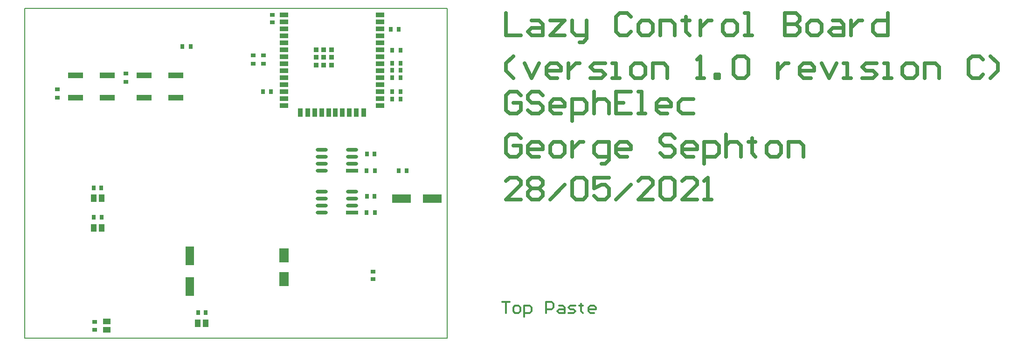
<source format=gtp>
G04 Layer_Color=8421504*
%FSLAX42Y42*%
%MOMM*%
G71*
G01*
G75*
%ADD11R,0.70X0.90*%
%ADD12O,2.20X0.70*%
%ADD13R,2.20X0.70*%
%ADD14R,2.75X1.00*%
%ADD15R,0.90X0.70*%
%ADD16R,1.75X2.65*%
%ADD17R,0.80X0.90*%
%ADD18R,1.10X1.40*%
%ADD19R,0.90X0.80*%
%ADD20R,1.40X1.10*%
%ADD21R,1.60X3.50*%
%ADD22R,3.50X1.60*%
%ADD23R,0.90X0.90*%
%ADD24R,1.50X0.90*%
%ADD25R,0.90X1.50*%
%ADD26R,0.90X0.90*%
%ADD27C,0.30*%
%ADD29C,0.20*%
%ADD30C,0.70*%
D11*
X6670Y4355D02*
D03*
X6820D02*
D03*
X6640Y5625D02*
D03*
X6790D02*
D03*
X6670Y4485D02*
D03*
X6820D02*
D03*
X4470Y4485D02*
D03*
X4320D02*
D03*
X6670Y4745D02*
D03*
X6820D02*
D03*
X6670Y4875D02*
D03*
X6820D02*
D03*
X6670Y5005D02*
D03*
X6820D02*
D03*
X6670Y5245D02*
D03*
X6820D02*
D03*
X3010Y5305D02*
D03*
X2860D02*
D03*
X6355Y2285D02*
D03*
X6205D02*
D03*
X6355Y3050D02*
D03*
X6205D02*
D03*
D12*
X5390Y2666D02*
D03*
Y2539D02*
D03*
Y2411D02*
D03*
Y2284D02*
D03*
X5940Y2666D02*
D03*
Y2539D02*
D03*
Y2411D02*
D03*
X5390Y3431D02*
D03*
Y3303D02*
D03*
Y3176D02*
D03*
Y3050D02*
D03*
X5940Y3431D02*
D03*
Y3303D02*
D03*
Y3176D02*
D03*
D13*
Y2284D02*
D03*
Y3050D02*
D03*
D14*
X1498Y4780D02*
D03*
X923D02*
D03*
Y4380D02*
D03*
X1498D02*
D03*
X2738Y4780D02*
D03*
X2162D02*
D03*
Y4380D02*
D03*
X2738D02*
D03*
D15*
X4145Y4995D02*
D03*
Y5145D02*
D03*
X4335Y4995D02*
D03*
Y5145D02*
D03*
X1830Y4665D02*
D03*
Y4815D02*
D03*
X585Y4530D02*
D03*
Y4380D02*
D03*
D16*
X4705Y1075D02*
D03*
X4705Y1505D02*
D03*
D17*
X1385Y2735D02*
D03*
X1245D02*
D03*
X1390Y2200D02*
D03*
X1250D02*
D03*
X3145Y470D02*
D03*
X3285D02*
D03*
X6930Y3050D02*
D03*
X6790D02*
D03*
X6350Y2585D02*
D03*
X6210D02*
D03*
X6350Y3350D02*
D03*
X6210D02*
D03*
D18*
X1245Y2545D02*
D03*
X1395D02*
D03*
X1245Y2010D02*
D03*
X1395D02*
D03*
X3285Y275D02*
D03*
X3135D02*
D03*
D19*
X4490Y5885D02*
D03*
Y5745D02*
D03*
X1270Y295D02*
D03*
Y155D02*
D03*
X6320Y1215D02*
D03*
Y1075D02*
D03*
D20*
X1485Y155D02*
D03*
Y305D02*
D03*
D21*
X2995Y940D02*
D03*
Y1500D02*
D03*
D22*
X6835Y2540D02*
D03*
X7395D02*
D03*
D23*
X5285Y4970D02*
D03*
X5425D02*
D03*
X5565D02*
D03*
D24*
X6450Y4231D02*
D03*
X4700D02*
D03*
Y4485D02*
D03*
Y4358D02*
D03*
Y5120D02*
D03*
Y4993D02*
D03*
Y4866D02*
D03*
Y4612D02*
D03*
Y4739D02*
D03*
Y5374D02*
D03*
Y5247D02*
D03*
Y5501D02*
D03*
Y5628D02*
D03*
Y5882D02*
D03*
Y5755D02*
D03*
X6450D02*
D03*
Y5501D02*
D03*
Y5628D02*
D03*
Y5374D02*
D03*
Y5120D02*
D03*
Y5247D02*
D03*
Y4612D02*
D03*
Y4485D02*
D03*
Y4739D02*
D03*
Y4866D02*
D03*
Y4993D02*
D03*
Y4358D02*
D03*
Y5882D02*
D03*
D25*
X5003Y4106D02*
D03*
X6147D02*
D03*
X5258D02*
D03*
X5131D02*
D03*
X5892D02*
D03*
X5765D02*
D03*
X5638D02*
D03*
X5385D02*
D03*
X5512D02*
D03*
X6019D02*
D03*
D26*
X5285Y5110D02*
D03*
X5425D02*
D03*
X5565D02*
D03*
Y5250D02*
D03*
X5425D02*
D03*
X5285D02*
D03*
D27*
X8665Y660D02*
X8798D01*
X8732D01*
Y460D01*
X8898D02*
X8965D01*
X8998Y493D01*
Y560D01*
X8965Y593D01*
X8898D01*
X8865Y560D01*
Y493D01*
X8898Y460D01*
X9065Y393D02*
Y593D01*
X9165D01*
X9198Y560D01*
Y493D01*
X9165Y460D01*
X9065D01*
X9465D02*
Y660D01*
X9565D01*
X9598Y627D01*
Y560D01*
X9565Y527D01*
X9465D01*
X9698Y593D02*
X9765D01*
X9798Y560D01*
Y460D01*
X9698D01*
X9665Y493D01*
X9698Y527D01*
X9798D01*
X9865Y460D02*
X9965D01*
X9998Y493D01*
X9965Y527D01*
X9898D01*
X9865Y560D01*
X9898Y593D01*
X9998D01*
X10098Y627D02*
Y593D01*
X10065D01*
X10131D01*
X10098D01*
Y493D01*
X10131Y460D01*
X10331D02*
X10264D01*
X10231Y493D01*
Y560D01*
X10264Y593D01*
X10331D01*
X10364Y560D01*
Y527D01*
X10231D01*
D29*
X7665Y0D02*
Y6000D01*
X0D02*
X7665D01*
X0Y0D02*
Y6000D01*
Y0D02*
X7665D01*
D30*
X8735Y5916D02*
Y5516D01*
X9002D01*
X9202Y5782D02*
X9335D01*
X9401Y5716D01*
Y5516D01*
X9202D01*
X9135Y5582D01*
X9202Y5649D01*
X9401D01*
X9535Y5782D02*
X9801D01*
X9535Y5516D01*
X9801D01*
X9935Y5782D02*
Y5582D01*
X10001Y5516D01*
X10201D01*
Y5449D01*
X10135Y5383D01*
X10068D01*
X10201Y5516D02*
Y5782D01*
X11001Y5849D02*
X10934Y5916D01*
X10801D01*
X10734Y5849D01*
Y5582D01*
X10801Y5516D01*
X10934D01*
X11001Y5582D01*
X11201Y5516D02*
X11334D01*
X11401Y5582D01*
Y5716D01*
X11334Y5782D01*
X11201D01*
X11134Y5716D01*
Y5582D01*
X11201Y5516D01*
X11534D02*
Y5782D01*
X11734D01*
X11801Y5716D01*
Y5516D01*
X12001Y5849D02*
Y5782D01*
X11934D01*
X12067D01*
X12001D01*
Y5582D01*
X12067Y5516D01*
X12267Y5782D02*
Y5516D01*
Y5649D01*
X12334Y5716D01*
X12400Y5782D01*
X12467D01*
X12734Y5516D02*
X12867D01*
X12934Y5582D01*
Y5716D01*
X12867Y5782D01*
X12734D01*
X12667Y5716D01*
Y5582D01*
X12734Y5516D01*
X13067D02*
X13200D01*
X13134D01*
Y5916D01*
X13067D01*
X13800D02*
Y5516D01*
X14000D01*
X14067Y5582D01*
Y5649D01*
X14000Y5716D01*
X13800D01*
X14000D01*
X14067Y5782D01*
Y5849D01*
X14000Y5916D01*
X13800D01*
X14267Y5516D02*
X14400D01*
X14466Y5582D01*
Y5716D01*
X14400Y5782D01*
X14267D01*
X14200Y5716D01*
Y5582D01*
X14267Y5516D01*
X14666Y5782D02*
X14800D01*
X14866Y5716D01*
Y5516D01*
X14666D01*
X14600Y5582D01*
X14666Y5649D01*
X14866D01*
X15000Y5782D02*
Y5516D01*
Y5649D01*
X15066Y5716D01*
X15133Y5782D01*
X15200D01*
X15666Y5916D02*
Y5516D01*
X15466D01*
X15400Y5582D01*
Y5716D01*
X15466Y5782D01*
X15666D01*
X8868Y4735D02*
X8735Y4868D01*
Y5001D01*
X8868Y5135D01*
X9068Y5001D02*
X9202Y4735D01*
X9335Y5001D01*
X9668Y4735D02*
X9535D01*
X9468Y4801D01*
Y4935D01*
X9535Y5001D01*
X9668D01*
X9735Y4935D01*
Y4868D01*
X9468D01*
X9868Y5001D02*
Y4735D01*
Y4868D01*
X9935Y4935D01*
X10001Y5001D01*
X10068D01*
X10268Y4735D02*
X10468D01*
X10534Y4801D01*
X10468Y4868D01*
X10334D01*
X10268Y4935D01*
X10334Y5001D01*
X10534D01*
X10668Y4735D02*
X10801D01*
X10734D01*
Y5001D01*
X10668D01*
X11068Y4735D02*
X11201D01*
X11268Y4801D01*
Y4935D01*
X11201Y5001D01*
X11068D01*
X11001Y4935D01*
Y4801D01*
X11068Y4735D01*
X11401D02*
Y5001D01*
X11601D01*
X11667Y4935D01*
Y4735D01*
X12201D02*
X12334D01*
X12267D01*
Y5135D01*
X12201Y5068D01*
X12534Y4735D02*
Y4801D01*
X12600D01*
Y4735D01*
X12534D01*
X12867Y5068D02*
X12934Y5135D01*
X13067D01*
X13134Y5068D01*
Y4801D01*
X13067Y4735D01*
X12934D01*
X12867Y4801D01*
Y5068D01*
X13667Y5001D02*
Y4735D01*
Y4868D01*
X13733Y4935D01*
X13800Y5001D01*
X13867D01*
X14267Y4735D02*
X14133D01*
X14067Y4801D01*
Y4935D01*
X14133Y5001D01*
X14267D01*
X14333Y4935D01*
Y4868D01*
X14067D01*
X14466Y5001D02*
X14600Y4735D01*
X14733Y5001D01*
X14866Y4735D02*
X15000D01*
X14933D01*
Y5001D01*
X14866D01*
X15200Y4735D02*
X15400D01*
X15466Y4801D01*
X15400Y4868D01*
X15266D01*
X15200Y4935D01*
X15266Y5001D01*
X15466D01*
X15599Y4735D02*
X15733D01*
X15666D01*
Y5001D01*
X15599D01*
X15999Y4735D02*
X16133D01*
X16199Y4801D01*
Y4935D01*
X16133Y5001D01*
X15999D01*
X15933Y4935D01*
Y4801D01*
X15999Y4735D01*
X16333D02*
Y5001D01*
X16532D01*
X16599Y4935D01*
Y4735D01*
X17399Y5068D02*
X17332Y5135D01*
X17199D01*
X17132Y5068D01*
Y4801D01*
X17199Y4735D01*
X17332D01*
X17399Y4801D01*
X17532Y4735D02*
X17665Y4868D01*
Y5001D01*
X17532Y5135D01*
X9002Y4420D02*
X8935Y4487D01*
X8802D01*
X8735Y4420D01*
Y4153D01*
X8802Y4087D01*
X8935D01*
X9002Y4153D01*
Y4287D01*
X8868D01*
X9401Y4420D02*
X9335Y4487D01*
X9202D01*
X9135Y4420D01*
Y4353D01*
X9202Y4287D01*
X9335D01*
X9401Y4220D01*
Y4153D01*
X9335Y4087D01*
X9202D01*
X9135Y4153D01*
X9735Y4087D02*
X9601D01*
X9535Y4153D01*
Y4287D01*
X9601Y4353D01*
X9735D01*
X9801Y4287D01*
Y4220D01*
X9535D01*
X9935Y3954D02*
Y4353D01*
X10135D01*
X10201Y4287D01*
Y4153D01*
X10135Y4087D01*
X9935D01*
X10334Y4487D02*
Y4087D01*
Y4287D01*
X10401Y4353D01*
X10534D01*
X10601Y4287D01*
Y4087D01*
X11001Y4487D02*
X10734D01*
Y4087D01*
X11001D01*
X10734Y4287D02*
X10868D01*
X11134Y4087D02*
X11268D01*
X11201D01*
Y4487D01*
X11134D01*
X11667Y4087D02*
X11534D01*
X11467Y4153D01*
Y4287D01*
X11534Y4353D01*
X11667D01*
X11734Y4287D01*
Y4220D01*
X11467D01*
X12134Y4353D02*
X11934D01*
X11867Y4287D01*
Y4153D01*
X11934Y4087D01*
X12134D01*
X9002Y3639D02*
X8935Y3706D01*
X8802D01*
X8735Y3639D01*
Y3372D01*
X8802Y3306D01*
X8935D01*
X9002Y3372D01*
Y3506D01*
X8868D01*
X9335Y3306D02*
X9202D01*
X9135Y3372D01*
Y3506D01*
X9202Y3572D01*
X9335D01*
X9401Y3506D01*
Y3439D01*
X9135D01*
X9601Y3306D02*
X9735D01*
X9801Y3372D01*
Y3506D01*
X9735Y3572D01*
X9601D01*
X9535Y3506D01*
Y3372D01*
X9601Y3306D01*
X9935Y3572D02*
Y3306D01*
Y3439D01*
X10001Y3506D01*
X10068Y3572D01*
X10135D01*
X10468Y3172D02*
X10534D01*
X10601Y3239D01*
Y3572D01*
X10401D01*
X10334Y3506D01*
Y3372D01*
X10401Y3306D01*
X10601D01*
X10934D02*
X10801D01*
X10734Y3372D01*
Y3506D01*
X10801Y3572D01*
X10934D01*
X11001Y3506D01*
Y3439D01*
X10734D01*
X11801Y3639D02*
X11734Y3706D01*
X11601D01*
X11534Y3639D01*
Y3572D01*
X11601Y3506D01*
X11734D01*
X11801Y3439D01*
Y3372D01*
X11734Y3306D01*
X11601D01*
X11534Y3372D01*
X12134Y3306D02*
X12001D01*
X11934Y3372D01*
Y3506D01*
X12001Y3572D01*
X12134D01*
X12201Y3506D01*
Y3439D01*
X11934D01*
X12334Y3172D02*
Y3572D01*
X12534D01*
X12600Y3506D01*
Y3372D01*
X12534Y3306D01*
X12334D01*
X12734Y3706D02*
Y3306D01*
Y3506D01*
X12800Y3572D01*
X12934D01*
X13000Y3506D01*
Y3306D01*
X13200Y3639D02*
Y3572D01*
X13134D01*
X13267D01*
X13200D01*
Y3372D01*
X13267Y3306D01*
X13533D02*
X13667D01*
X13733Y3372D01*
Y3506D01*
X13667Y3572D01*
X13533D01*
X13467Y3506D01*
Y3372D01*
X13533Y3306D01*
X13867D02*
Y3572D01*
X14067D01*
X14133Y3506D01*
Y3306D01*
X9002Y2525D02*
X8735D01*
X9002Y2791D01*
Y2858D01*
X8935Y2924D01*
X8802D01*
X8735Y2858D01*
X9135D02*
X9202Y2924D01*
X9335D01*
X9401Y2858D01*
Y2791D01*
X9335Y2724D01*
X9401Y2658D01*
Y2591D01*
X9335Y2525D01*
X9202D01*
X9135Y2591D01*
Y2658D01*
X9202Y2724D01*
X9135Y2791D01*
Y2858D01*
X9202Y2724D02*
X9335D01*
X9535Y2525D02*
X9801Y2791D01*
X9935Y2858D02*
X10001Y2924D01*
X10135D01*
X10201Y2858D01*
Y2591D01*
X10135Y2525D01*
X10001D01*
X9935Y2591D01*
Y2858D01*
X10601Y2924D02*
X10334D01*
Y2724D01*
X10468Y2791D01*
X10534D01*
X10601Y2724D01*
Y2591D01*
X10534Y2525D01*
X10401D01*
X10334Y2591D01*
X10734Y2525D02*
X11001Y2791D01*
X11401Y2525D02*
X11134D01*
X11401Y2791D01*
Y2858D01*
X11334Y2924D01*
X11201D01*
X11134Y2858D01*
X11534D02*
X11601Y2924D01*
X11734D01*
X11801Y2858D01*
Y2591D01*
X11734Y2525D01*
X11601D01*
X11534Y2591D01*
Y2858D01*
X12201Y2525D02*
X11934D01*
X12201Y2791D01*
Y2858D01*
X12134Y2924D01*
X12001D01*
X11934Y2858D01*
X12334Y2525D02*
X12467D01*
X12400D01*
Y2924D01*
X12334Y2858D01*
M02*

</source>
